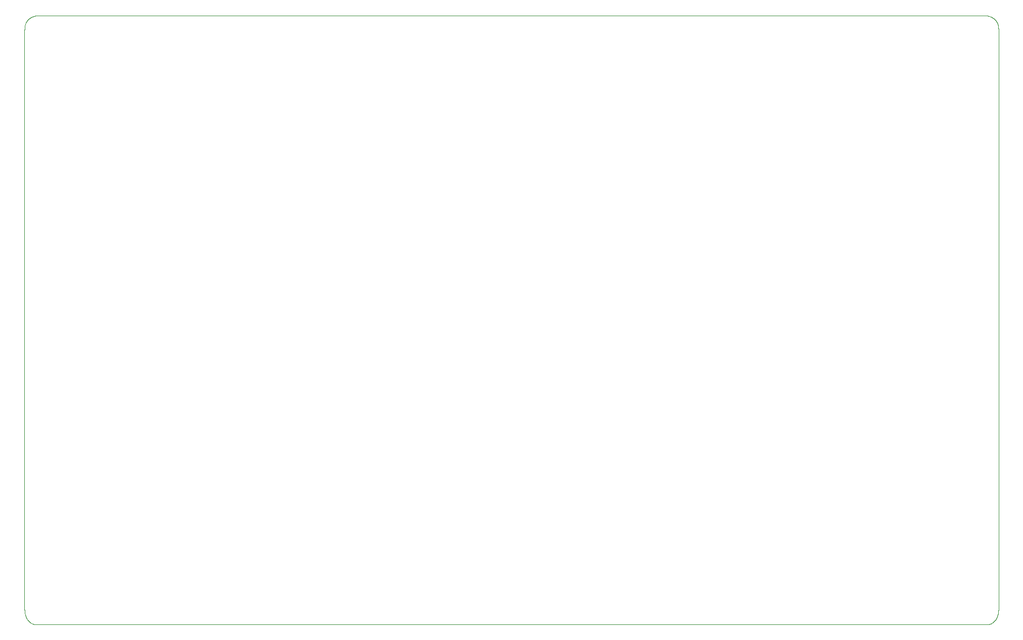
<source format=gm1>
%TF.GenerationSoftware,KiCad,Pcbnew,9.0.4*%
%TF.CreationDate,2025-09-23T11:36:05+01:00*%
%TF.ProjectId,spekky_matrix,7370656b-6b79-45f6-9d61-747269782e6b,v02*%
%TF.SameCoordinates,Original*%
%TF.FileFunction,Profile,NP*%
%FSLAX46Y46*%
G04 Gerber Fmt 4.6, Leading zero omitted, Abs format (unit mm)*
G04 Created by KiCad (PCBNEW 9.0.4) date 2025-09-23 11:36:05*
%MOMM*%
%LPD*%
G01*
G04 APERTURE LIST*
%ADD10C,0.050000*%
%TA.AperFunction,Profile*%
%ADD11C,0.050000*%
%TD*%
G04 APERTURE END LIST*
D10*
X57000000Y-37000000D02*
X56990848Y-37001612D01*
X56981724Y-37003239D01*
X56972630Y-37004881D01*
X56963563Y-37006538D01*
X56954526Y-37008211D01*
X56945517Y-37009898D01*
X56936537Y-37011600D01*
X56927585Y-37013318D01*
X56918662Y-37015050D01*
X56909766Y-37016797D01*
X56900900Y-37018559D01*
X56892061Y-37020335D01*
X56883251Y-37022127D01*
X56874468Y-37023933D01*
X56865714Y-37025753D01*
X56856987Y-37027589D01*
X56848288Y-37029438D01*
X56839617Y-37031303D01*
X56830974Y-37033182D01*
X56822358Y-37035075D01*
X56813770Y-37036982D01*
X56805209Y-37038905D01*
X56796676Y-37040841D01*
X56788170Y-37042791D01*
X56779692Y-37044756D01*
X56771240Y-37046735D01*
X56762816Y-37048729D01*
X56754418Y-37050736D01*
X56746048Y-37052757D01*
X56737705Y-37054793D01*
X56729389Y-37056842D01*
X56721099Y-37058906D01*
X56712836Y-37060983D01*
X56704600Y-37063074D01*
X56696390Y-37065179D01*
X56688207Y-37067298D01*
X56680050Y-37069431D01*
X56671920Y-37071578D01*
X56663816Y-37073738D01*
X56655738Y-37075912D01*
X56647686Y-37078099D01*
X56639661Y-37080300D01*
X56631661Y-37082515D01*
X56623688Y-37084743D01*
X56615740Y-37086985D01*
X56607819Y-37089240D01*
X56599923Y-37091509D01*
X56592053Y-37093790D01*
X56584208Y-37096086D01*
X56576389Y-37098394D01*
X56568596Y-37100716D01*
X56560828Y-37103052D01*
X56553085Y-37105400D01*
X56545368Y-37107762D01*
X56537676Y-37110137D01*
X56530009Y-37112524D01*
X56522367Y-37114925D01*
X56514751Y-37117339D01*
X56507159Y-37119767D01*
X56499592Y-37122207D01*
X56492050Y-37124660D01*
X56484533Y-37127126D01*
X56477041Y-37129605D01*
X56469574Y-37132096D01*
X56462130Y-37134601D01*
X56454712Y-37137118D01*
X56447318Y-37139649D01*
X56439949Y-37142192D01*
X56432603Y-37144747D01*
X56425282Y-37147316D01*
X56417985Y-37149897D01*
X56410713Y-37152490D01*
X56403464Y-37155097D01*
X56396240Y-37157715D01*
X56389040Y-37160347D01*
X56381864Y-37162991D01*
X56374710Y-37165647D01*
X56367582Y-37168316D01*
X56360476Y-37170998D01*
X56353396Y-37173691D01*
X56346337Y-37176398D01*
X56339303Y-37179116D01*
X56332292Y-37181847D01*
X56325305Y-37184590D01*
X56318341Y-37187345D01*
X56311401Y-37190113D01*
X56304483Y-37192893D01*
X56297589Y-37195685D01*
X56290717Y-37198489D01*
X56283870Y-37201306D01*
X56277044Y-37204135D01*
X56270242Y-37206975D01*
X56263462Y-37209828D01*
X56256707Y-37212693D01*
X56249972Y-37215570D01*
X56243262Y-37218458D01*
X56236573Y-37221360D01*
X56229908Y-37224272D01*
X56223264Y-37227197D01*
X56216644Y-37230134D01*
X56210045Y-37233083D01*
X56203470Y-37236043D01*
X56196915Y-37239016D01*
X56190384Y-37241999D01*
X56183874Y-37244996D01*
X56177388Y-37248003D01*
X56170922Y-37251023D01*
X56164480Y-37254054D01*
X56158058Y-37257098D01*
X56151659Y-37260152D01*
X56145281Y-37263219D01*
X56138926Y-37266297D01*
X56132592Y-37269387D01*
X56126280Y-37272489D01*
X56119989Y-37275602D01*
X56113721Y-37278727D01*
X56107472Y-37281863D01*
X56101247Y-37285011D01*
X56095041Y-37288171D01*
X56088859Y-37291341D01*
X56082696Y-37294524D01*
X56076556Y-37297718D01*
X56070435Y-37300924D01*
X56064338Y-37304141D01*
X56058259Y-37307370D01*
X56052204Y-37310609D01*
X56046168Y-37313861D01*
X56040154Y-37317123D01*
X56034159Y-37320398D01*
X56028187Y-37323683D01*
X56022234Y-37326981D01*
X56016304Y-37330288D01*
X56010392Y-37333609D01*
X56004503Y-37336939D01*
X55998632Y-37340282D01*
X55992784Y-37343635D01*
X55986954Y-37347000D01*
X55981147Y-37350376D01*
X55975357Y-37353764D01*
X55969591Y-37357162D01*
X55963842Y-37360573D01*
X55958116Y-37363993D01*
X55952408Y-37367426D01*
X55946722Y-37370869D01*
X55941053Y-37374325D01*
X55935408Y-37377790D01*
X55929779Y-37381268D01*
X55924173Y-37384756D01*
X55918584Y-37388256D01*
X55913018Y-37391766D01*
X55907469Y-37395289D01*
X55901942Y-37398821D01*
X55896432Y-37402366D01*
X55890945Y-37405921D01*
X55880025Y-37413065D01*
X55869184Y-37420253D01*
X55858420Y-37427486D01*
X55847733Y-37434763D01*
X55837123Y-37442084D01*
X55826589Y-37449450D01*
X55816131Y-37456860D01*
X55805749Y-37464314D01*
X55795442Y-37471812D01*
X55785211Y-37479354D01*
X55775053Y-37486941D01*
X55764970Y-37494571D01*
X55754961Y-37502246D01*
X55745026Y-37509964D01*
X55735164Y-37517727D01*
X55725375Y-37525534D01*
X55715658Y-37533385D01*
X55706014Y-37541280D01*
X55696442Y-37549220D01*
X55686942Y-37557203D01*
X55677513Y-37565231D01*
X55668155Y-37573303D01*
X55658868Y-37581419D01*
X55649651Y-37589579D01*
X55640505Y-37597784D01*
X55631429Y-37606033D01*
X55622422Y-37614327D01*
X55613485Y-37622665D01*
X55604617Y-37631048D01*
X55595819Y-37639475D01*
X55587088Y-37647947D01*
X55578426Y-37656464D01*
X55569833Y-37665026D01*
X55561307Y-37673632D01*
X55552849Y-37682284D01*
X55544458Y-37690981D01*
X55536135Y-37699723D01*
X55527879Y-37708510D01*
X55519689Y-37717343D01*
X55511566Y-37726221D01*
X55503509Y-37735145D01*
X55495519Y-37744114D01*
X55487594Y-37753130D01*
X55479736Y-37762192D01*
X55471943Y-37771299D01*
X55464215Y-37780453D01*
X55456552Y-37789654D01*
X55448955Y-37798900D01*
X55441422Y-37808194D01*
X55433954Y-37817534D01*
X55426551Y-37826922D01*
X55419212Y-37836356D01*
X55411938Y-37845838D01*
X55404727Y-37855367D01*
X55397580Y-37864944D01*
X55390498Y-37874569D01*
X55383479Y-37884242D01*
X55376523Y-37893963D01*
X55369632Y-37903732D01*
X55362803Y-37913550D01*
X55356038Y-37923417D01*
X55349336Y-37933332D01*
X55342697Y-37943297D01*
X55336120Y-37953311D01*
X55329607Y-37963374D01*
X55323157Y-37973487D01*
X55316769Y-37983651D01*
X55310444Y-37993864D01*
X55304182Y-38004128D01*
X55297982Y-38014442D01*
X55291844Y-38024808D01*
X55285769Y-38035224D01*
X55279756Y-38045692D01*
X55273806Y-38056211D01*
X55267918Y-38066782D01*
X55262092Y-38077405D01*
X55256329Y-38088081D01*
X55250627Y-38098809D01*
X55244988Y-38109590D01*
X55239411Y-38120424D01*
X55233897Y-38131311D01*
X55228444Y-38142252D01*
X55223054Y-38153247D01*
X55217726Y-38164297D01*
X55212460Y-38175400D01*
X55207256Y-38186559D01*
X55202115Y-38197773D01*
X55197035Y-38209042D01*
X55192019Y-38220366D01*
X55187064Y-38231747D01*
X55182172Y-38243184D01*
X55177342Y-38254678D01*
X55172575Y-38266228D01*
X55167871Y-38277836D01*
X55163229Y-38289502D01*
X55158649Y-38301225D01*
X55154133Y-38313007D01*
X55149679Y-38324848D01*
X55145288Y-38336748D01*
X55140961Y-38348707D01*
X55136696Y-38360726D01*
X55132494Y-38372805D01*
X55128356Y-38384945D01*
X55124281Y-38397146D01*
X55120269Y-38409408D01*
X55116321Y-38421732D01*
X55112437Y-38434118D01*
X55108616Y-38446568D01*
X55104859Y-38459080D01*
X55101167Y-38471656D01*
X55097538Y-38484296D01*
X55093973Y-38497002D01*
X55090473Y-38509772D01*
X55087038Y-38522608D01*
X55083667Y-38535510D01*
X55080361Y-38548480D01*
X55077119Y-38561517D01*
X55073943Y-38574622D01*
X55070832Y-38587796D01*
X55067786Y-38601040D01*
X55064805Y-38614354D01*
X55061890Y-38627739D01*
X55059041Y-38641196D01*
X55056258Y-38654725D01*
X55053541Y-38668328D01*
X55050889Y-38682006D01*
X55048304Y-38695760D01*
X55045786Y-38709590D01*
X55043334Y-38723498D01*
X55040949Y-38737485D01*
X55038630Y-38751552D01*
X55036379Y-38765701D01*
X55034195Y-38779934D01*
X55032078Y-38794252D01*
X55030028Y-38808656D01*
X55028046Y-38823149D01*
X55026131Y-38837733D01*
X55024284Y-38852410D01*
X55022505Y-38867183D01*
X55020794Y-38882055D01*
X55019150Y-38897028D01*
X55017575Y-38912107D01*
X55016068Y-38927295D01*
X55014629Y-38942597D01*
X55013259Y-38958017D01*
X55011956Y-38973561D01*
X55010722Y-38989236D01*
X55009556Y-39005049D01*
X55008459Y-39021009D01*
X55007430Y-39037125D01*
X55006469Y-39053408D01*
X55005575Y-39069874D01*
X55004750Y-39086537D01*
X55003993Y-39103419D01*
X55003303Y-39120543D01*
X55002681Y-39137939D01*
X55002125Y-39155646D01*
X55001636Y-39173714D01*
X55001213Y-39192209D01*
X55000855Y-39211222D01*
X55000562Y-39230882D01*
X55000333Y-39251389D01*
X55000166Y-39273069D01*
X55000059Y-39296528D01*
X55000008Y-39323152D01*
X55000000Y-39350000D01*
X206000000Y-132750000D02*
X206007137Y-132749990D01*
X206014258Y-132749960D01*
X206021361Y-132749910D01*
X206028448Y-132749841D01*
X206035517Y-132749751D01*
X206042570Y-132749642D01*
X206049606Y-132749513D01*
X206056626Y-132749364D01*
X206063629Y-132749196D01*
X206070615Y-132749008D01*
X206077584Y-132748800D01*
X206084537Y-132748574D01*
X206091474Y-132748327D01*
X206098394Y-132748061D01*
X206105298Y-132747776D01*
X206112185Y-132747472D01*
X206119056Y-132747148D01*
X206125911Y-132746805D01*
X206132750Y-132746443D01*
X206139572Y-132746062D01*
X206146379Y-132745661D01*
X206153169Y-132745242D01*
X206159944Y-132744803D01*
X206166702Y-132744346D01*
X206173445Y-132743869D01*
X206180171Y-132743374D01*
X206186882Y-132742860D01*
X206193577Y-132742327D01*
X206200257Y-132741775D01*
X206206920Y-132741205D01*
X206213568Y-132740615D01*
X206220200Y-132740008D01*
X206226818Y-132739381D01*
X206233418Y-132738736D01*
X206240005Y-132738072D01*
X206246575Y-132737390D01*
X206253131Y-132736689D01*
X206259670Y-132735970D01*
X206266195Y-132735232D01*
X206272704Y-132734477D01*
X206279199Y-132733702D01*
X206285677Y-132732910D01*
X206292142Y-132732099D01*
X206298590Y-132731270D01*
X206305024Y-132730422D01*
X206311443Y-132729557D01*
X206317847Y-132728673D01*
X206324236Y-132727771D01*
X206330611Y-132726851D01*
X206336970Y-132725914D01*
X206343315Y-132724958D01*
X206349645Y-132723984D01*
X206355961Y-132722992D01*
X206362261Y-132721982D01*
X206368548Y-132720954D01*
X206374819Y-132719909D01*
X206381077Y-132718846D01*
X206387319Y-132717765D01*
X206393549Y-132716666D01*
X206399762Y-132715549D01*
X206405963Y-132714414D01*
X206412148Y-132713262D01*
X206418320Y-132712093D01*
X206424476Y-132710905D01*
X206430620Y-132709700D01*
X206436748Y-132708478D01*
X206442864Y-132707237D01*
X206448964Y-132705980D01*
X206455052Y-132704704D01*
X206461124Y-132703412D01*
X206467184Y-132702101D01*
X206473229Y-132700774D01*
X206479261Y-132699429D01*
X206485278Y-132698067D01*
X206491283Y-132696687D01*
X206497272Y-132695290D01*
X206503250Y-132693875D01*
X206509212Y-132692444D01*
X206515163Y-132690994D01*
X206521098Y-132689528D01*
X206527022Y-132688044D01*
X206532930Y-132686544D01*
X206538827Y-132685026D01*
X206544708Y-132683491D01*
X206550578Y-132681938D01*
X206556433Y-132680369D01*
X206562277Y-132678782D01*
X206568105Y-132677179D01*
X206579724Y-132673920D01*
X206591291Y-132670593D01*
X206602806Y-132667198D01*
X206614270Y-132663735D01*
X206625681Y-132660205D01*
X206637042Y-132656606D01*
X206648352Y-132652940D01*
X206659612Y-132649206D01*
X206670821Y-132645405D01*
X206681980Y-132641536D01*
X206693090Y-132637601D01*
X206704150Y-132633598D01*
X206715162Y-132629528D01*
X206726124Y-132625391D01*
X206737038Y-132621186D01*
X206747903Y-132616915D01*
X206758721Y-132612577D01*
X206769491Y-132608172D01*
X206780213Y-132603701D01*
X206790888Y-132599162D01*
X206801517Y-132594557D01*
X206812098Y-132589885D01*
X206822633Y-132585146D01*
X206833122Y-132580341D01*
X206843565Y-132575469D01*
X206853962Y-132570530D01*
X206864313Y-132565524D01*
X206874620Y-132560452D01*
X206884881Y-132555312D01*
X206895097Y-132550106D01*
X206905269Y-132544833D01*
X206915396Y-132539493D01*
X206925480Y-132534086D01*
X206935519Y-132528613D01*
X206945514Y-132523072D01*
X206955466Y-132517464D01*
X206965375Y-132511789D01*
X206975240Y-132506046D01*
X206985062Y-132500237D01*
X206994842Y-132494359D01*
X207004578Y-132488415D01*
X207014273Y-132482402D01*
X207023925Y-132476323D01*
X207033535Y-132470175D01*
X207043103Y-132463959D01*
X207052629Y-132457675D01*
X207062114Y-132451323D01*
X207071557Y-132444903D01*
X207080958Y-132438415D01*
X207090319Y-132431858D01*
X207099638Y-132425232D01*
X207108916Y-132418537D01*
X207118154Y-132411774D01*
X207127351Y-132404941D01*
X207136507Y-132398039D01*
X207145623Y-132391068D01*
X207154698Y-132384026D01*
X207163733Y-132376916D01*
X207172728Y-132369735D01*
X207181683Y-132362484D01*
X207190598Y-132355163D01*
X207199473Y-132347771D01*
X207208308Y-132340308D01*
X207217104Y-132332775D01*
X207225859Y-132325171D01*
X207234575Y-132317495D01*
X207243252Y-132309747D01*
X207251889Y-132301928D01*
X207260486Y-132294038D01*
X207269045Y-132286074D01*
X207277563Y-132278039D01*
X207286043Y-132269931D01*
X207294483Y-132261750D01*
X207302883Y-132253496D01*
X207311245Y-132245169D01*
X207319567Y-132236768D01*
X207327849Y-132228294D01*
X207336093Y-132219745D01*
X207344297Y-132211123D01*
X207352462Y-132202425D01*
X207360588Y-132193654D01*
X207368674Y-132184807D01*
X207376721Y-132175885D01*
X207384728Y-132166887D01*
X207392697Y-132157814D01*
X207400625Y-132148665D01*
X207408514Y-132139439D01*
X207416364Y-132130137D01*
X207424173Y-132120758D01*
X207431944Y-132111303D01*
X207439674Y-132101770D01*
X207447364Y-132092159D01*
X207455015Y-132082471D01*
X207462625Y-132072705D01*
X207470196Y-132062860D01*
X207477726Y-132052937D01*
X207485215Y-132042935D01*
X207492665Y-132032854D01*
X207500073Y-132022693D01*
X207507441Y-132012453D01*
X207514768Y-132002133D01*
X207522055Y-131991733D01*
X207529300Y-131981253D01*
X207536503Y-131970692D01*
X207543666Y-131960050D01*
X207550787Y-131949328D01*
X207557866Y-131938523D01*
X207564903Y-131927638D01*
X207571898Y-131916670D01*
X207578851Y-131905621D01*
X207585761Y-131894489D01*
X207592629Y-131883274D01*
X207599453Y-131871977D01*
X207606235Y-131860598D01*
X207612974Y-131849134D01*
X207619668Y-131837588D01*
X207626320Y-131825958D01*
X207632927Y-131814244D01*
X207639490Y-131802447D01*
X207646008Y-131790565D01*
X207652482Y-131778599D01*
X207658911Y-131766549D01*
X207665294Y-131754414D01*
X207671633Y-131742195D01*
X207677925Y-131729890D01*
X207684171Y-131717501D01*
X207690371Y-131705026D01*
X207696524Y-131692467D01*
X207702630Y-131679822D01*
X207708689Y-131667092D01*
X207714701Y-131654276D01*
X207720664Y-131641375D01*
X207726579Y-131628388D01*
X207732446Y-131615316D01*
X207738264Y-131602158D01*
X207744032Y-131588915D01*
X207749751Y-131575586D01*
X207755419Y-131562171D01*
X207761038Y-131548672D01*
X207766605Y-131535087D01*
X207772122Y-131521416D01*
X207777587Y-131507661D01*
X207783000Y-131493821D01*
X207788361Y-131479896D01*
X207793669Y-131465886D01*
X207798923Y-131451792D01*
X207804125Y-131437614D01*
X207809272Y-131423352D01*
X207814365Y-131409007D01*
X207819402Y-131394579D01*
X207824385Y-131380068D01*
X207829311Y-131365474D01*
X207834181Y-131350799D01*
X207838995Y-131336042D01*
X207843751Y-131321205D01*
X207848449Y-131306287D01*
X207853089Y-131291290D01*
X207857671Y-131276214D01*
X207862192Y-131261060D01*
X207866654Y-131245828D01*
X207871056Y-131230521D01*
X207875397Y-131215137D01*
X207879676Y-131199679D01*
X207883893Y-131184148D01*
X207888048Y-131168544D01*
X207892139Y-131152869D01*
X207896166Y-131137124D01*
X207900129Y-131121311D01*
X207904027Y-131105431D01*
X207907860Y-131089486D01*
X207911626Y-131073477D01*
X207915325Y-131057406D01*
X207918957Y-131041275D01*
X207922520Y-131025087D01*
X207926015Y-131008843D01*
X207929439Y-130992546D01*
X207932794Y-130976198D01*
X207936078Y-130959802D01*
X207939290Y-130943362D01*
X207942429Y-130926879D01*
X207945496Y-130910358D01*
X207948488Y-130893802D01*
X207951406Y-130877215D01*
X207954249Y-130860602D01*
X207957015Y-130843966D01*
X207959704Y-130827312D01*
X207962315Y-130810646D01*
X207964848Y-130793973D01*
X207967301Y-130777300D01*
X207969674Y-130760632D01*
X207971965Y-130743978D01*
X207974174Y-130727344D01*
X207976300Y-130710740D01*
X207978343Y-130694175D01*
X207980300Y-130677660D01*
X207982171Y-130661204D01*
X207983955Y-130644822D01*
X207985651Y-130628526D01*
X207987259Y-130612333D01*
X207988776Y-130596259D01*
X207990203Y-130580325D01*
X207991537Y-130564553D01*
X207992778Y-130548968D01*
X207993924Y-130533600D01*
X207994975Y-130518483D01*
X207995929Y-130503659D01*
X207996786Y-130489176D01*
X207997543Y-130475095D01*
X207998200Y-130461492D01*
X207998755Y-130448463D01*
X207999208Y-130436143D01*
X207999558Y-130424720D01*
X207999805Y-130414489D01*
X207999949Y-130405984D01*
X208000000Y-130400000D01*
D11*
X206000000Y-37000000D02*
X57000000Y-37000000D01*
D10*
X57000000Y-132750000D02*
X56992863Y-132749990D01*
X56985742Y-132749960D01*
X56978639Y-132749910D01*
X56971552Y-132749841D01*
X56964483Y-132749751D01*
X56957430Y-132749642D01*
X56950394Y-132749513D01*
X56943374Y-132749364D01*
X56936371Y-132749196D01*
X56929385Y-132749008D01*
X56922416Y-132748800D01*
X56915463Y-132748574D01*
X56908526Y-132748327D01*
X56901606Y-132748061D01*
X56894702Y-132747776D01*
X56887815Y-132747472D01*
X56880944Y-132747148D01*
X56874089Y-132746805D01*
X56867250Y-132746443D01*
X56860428Y-132746062D01*
X56853621Y-132745661D01*
X56846831Y-132745242D01*
X56840056Y-132744803D01*
X56833298Y-132744346D01*
X56826555Y-132743869D01*
X56819829Y-132743374D01*
X56813118Y-132742860D01*
X56806423Y-132742327D01*
X56799743Y-132741775D01*
X56793080Y-132741205D01*
X56786432Y-132740615D01*
X56779800Y-132740008D01*
X56773182Y-132739381D01*
X56766582Y-132738736D01*
X56759995Y-132738072D01*
X56753425Y-132737390D01*
X56746869Y-132736689D01*
X56740330Y-132735970D01*
X56733805Y-132735232D01*
X56727296Y-132734477D01*
X56720801Y-132733702D01*
X56714323Y-132732910D01*
X56707858Y-132732099D01*
X56701410Y-132731270D01*
X56694976Y-132730422D01*
X56688557Y-132729557D01*
X56682153Y-132728673D01*
X56675764Y-132727771D01*
X56669389Y-132726851D01*
X56663030Y-132725914D01*
X56656685Y-132724958D01*
X56650355Y-132723984D01*
X56644039Y-132722992D01*
X56637739Y-132721982D01*
X56631452Y-132720954D01*
X56625181Y-132719909D01*
X56618923Y-132718846D01*
X56612681Y-132717765D01*
X56606451Y-132716666D01*
X56600238Y-132715549D01*
X56594037Y-132714414D01*
X56587852Y-132713262D01*
X56581680Y-132712093D01*
X56575524Y-132710905D01*
X56569380Y-132709700D01*
X56563252Y-132708478D01*
X56557136Y-132707237D01*
X56551036Y-132705980D01*
X56544948Y-132704704D01*
X56538876Y-132703412D01*
X56532816Y-132702101D01*
X56526771Y-132700774D01*
X56520739Y-132699429D01*
X56514722Y-132698067D01*
X56508717Y-132696687D01*
X56502728Y-132695290D01*
X56496750Y-132693875D01*
X56490788Y-132692444D01*
X56484837Y-132690994D01*
X56478902Y-132689528D01*
X56472978Y-132688044D01*
X56467070Y-132686544D01*
X56461173Y-132685026D01*
X56455292Y-132683491D01*
X56449422Y-132681938D01*
X56443567Y-132680369D01*
X56437723Y-132678782D01*
X56431895Y-132677179D01*
X56420276Y-132673920D01*
X56408709Y-132670593D01*
X56397194Y-132667198D01*
X56385730Y-132663735D01*
X56374319Y-132660205D01*
X56362958Y-132656606D01*
X56351648Y-132652940D01*
X56340388Y-132649206D01*
X56329179Y-132645405D01*
X56318020Y-132641536D01*
X56306910Y-132637601D01*
X56295850Y-132633598D01*
X56284838Y-132629528D01*
X56273876Y-132625391D01*
X56262962Y-132621186D01*
X56252097Y-132616915D01*
X56241279Y-132612577D01*
X56230509Y-132608172D01*
X56219787Y-132603701D01*
X56209112Y-132599162D01*
X56198483Y-132594557D01*
X56187902Y-132589885D01*
X56177367Y-132585146D01*
X56166878Y-132580341D01*
X56156435Y-132575469D01*
X56146038Y-132570530D01*
X56135687Y-132565524D01*
X56125380Y-132560452D01*
X56115119Y-132555312D01*
X56104903Y-132550106D01*
X56094731Y-132544833D01*
X56084604Y-132539493D01*
X56074520Y-132534086D01*
X56064481Y-132528613D01*
X56054486Y-132523072D01*
X56044534Y-132517464D01*
X56034625Y-132511789D01*
X56024760Y-132506046D01*
X56014938Y-132500237D01*
X56005158Y-132494359D01*
X55995422Y-132488415D01*
X55985727Y-132482402D01*
X55976075Y-132476323D01*
X55966465Y-132470175D01*
X55956897Y-132463959D01*
X55947371Y-132457675D01*
X55937886Y-132451323D01*
X55928443Y-132444903D01*
X55919042Y-132438415D01*
X55909681Y-132431858D01*
X55900362Y-132425232D01*
X55891084Y-132418537D01*
X55881846Y-132411774D01*
X55872649Y-132404941D01*
X55863493Y-132398039D01*
X55854377Y-132391068D01*
X55845302Y-132384026D01*
X55836267Y-132376916D01*
X55827272Y-132369735D01*
X55818317Y-132362484D01*
X55809402Y-132355163D01*
X55800527Y-132347771D01*
X55791692Y-132340308D01*
X55782896Y-132332775D01*
X55774141Y-132325171D01*
X55765425Y-132317495D01*
X55756748Y-132309747D01*
X55748111Y-132301928D01*
X55739514Y-132294038D01*
X55730955Y-132286074D01*
X55722437Y-132278039D01*
X55713957Y-132269931D01*
X55705517Y-132261750D01*
X55697117Y-132253496D01*
X55688755Y-132245169D01*
X55680433Y-132236768D01*
X55672151Y-132228294D01*
X55663907Y-132219745D01*
X55655703Y-132211123D01*
X55647538Y-132202425D01*
X55639412Y-132193654D01*
X55631326Y-132184807D01*
X55623279Y-132175885D01*
X55615272Y-132166887D01*
X55607303Y-132157814D01*
X55599375Y-132148665D01*
X55591486Y-132139439D01*
X55583636Y-132130137D01*
X55575827Y-132120758D01*
X55568056Y-132111303D01*
X55560326Y-132101770D01*
X55552636Y-132092159D01*
X55544985Y-132082471D01*
X55537375Y-132072705D01*
X55529804Y-132062860D01*
X55522274Y-132052937D01*
X55514785Y-132042935D01*
X55507335Y-132032854D01*
X55499927Y-132022693D01*
X55492559Y-132012453D01*
X55485232Y-132002133D01*
X55477945Y-131991733D01*
X55470700Y-131981253D01*
X55463497Y-131970692D01*
X55456334Y-131960050D01*
X55449213Y-131949328D01*
X55442134Y-131938523D01*
X55435097Y-131927638D01*
X55428102Y-131916670D01*
X55421149Y-131905621D01*
X55414239Y-131894489D01*
X55407371Y-131883274D01*
X55400547Y-131871977D01*
X55393765Y-131860598D01*
X55387026Y-131849134D01*
X55380332Y-131837588D01*
X55373680Y-131825958D01*
X55367073Y-131814244D01*
X55360510Y-131802447D01*
X55353992Y-131790565D01*
X55347518Y-131778599D01*
X55341089Y-131766549D01*
X55334706Y-131754414D01*
X55328367Y-131742195D01*
X55322075Y-131729890D01*
X55315829Y-131717501D01*
X55309629Y-131705026D01*
X55303476Y-131692467D01*
X55297370Y-131679822D01*
X55291311Y-131667092D01*
X55285299Y-131654276D01*
X55279336Y-131641375D01*
X55273421Y-131628388D01*
X55267554Y-131615316D01*
X55261736Y-131602158D01*
X55255968Y-131588915D01*
X55250249Y-131575586D01*
X55244581Y-131562171D01*
X55238962Y-131548672D01*
X55233395Y-131535087D01*
X55227878Y-131521416D01*
X55222413Y-131507661D01*
X55217000Y-131493821D01*
X55211639Y-131479896D01*
X55206331Y-131465886D01*
X55201077Y-131451792D01*
X55195875Y-131437614D01*
X55190728Y-131423352D01*
X55185635Y-131409007D01*
X55180598Y-131394579D01*
X55175615Y-131380068D01*
X55170689Y-131365474D01*
X55165819Y-131350799D01*
X55161005Y-131336042D01*
X55156249Y-131321205D01*
X55151551Y-131306287D01*
X55146911Y-131291290D01*
X55142329Y-131276214D01*
X55137808Y-131261060D01*
X55133346Y-131245828D01*
X55128944Y-131230521D01*
X55124603Y-131215137D01*
X55120324Y-131199679D01*
X55116107Y-131184148D01*
X55111952Y-131168544D01*
X55107861Y-131152869D01*
X55103834Y-131137124D01*
X55099871Y-131121311D01*
X55095973Y-131105431D01*
X55092140Y-131089486D01*
X55088374Y-131073477D01*
X55084675Y-131057406D01*
X55081043Y-131041275D01*
X55077480Y-131025087D01*
X55073985Y-131008843D01*
X55070561Y-130992546D01*
X55067206Y-130976198D01*
X55063922Y-130959802D01*
X55060710Y-130943362D01*
X55057571Y-130926879D01*
X55054504Y-130910358D01*
X55051512Y-130893802D01*
X55048594Y-130877215D01*
X55045751Y-130860602D01*
X55042985Y-130843966D01*
X55040296Y-130827312D01*
X55037685Y-130810646D01*
X55035152Y-130793973D01*
X55032699Y-130777300D01*
X55030326Y-130760632D01*
X55028035Y-130743978D01*
X55025826Y-130727344D01*
X55023700Y-130710740D01*
X55021657Y-130694175D01*
X55019700Y-130677660D01*
X55017829Y-130661204D01*
X55016045Y-130644822D01*
X55014349Y-130628526D01*
X55012741Y-130612333D01*
X55011224Y-130596259D01*
X55009797Y-130580325D01*
X55008463Y-130564553D01*
X55007222Y-130548968D01*
X55006076Y-130533600D01*
X55005025Y-130518483D01*
X55004071Y-130503659D01*
X55003214Y-130489176D01*
X55002457Y-130475095D01*
X55001800Y-130461492D01*
X55001245Y-130448463D01*
X55000792Y-130436143D01*
X55000442Y-130424720D01*
X55000195Y-130414489D01*
X55000051Y-130405984D01*
X55000000Y-130400000D01*
X206000000Y-37000000D02*
X206009152Y-37001612D01*
X206018276Y-37003239D01*
X206027370Y-37004881D01*
X206036437Y-37006538D01*
X206045474Y-37008211D01*
X206054483Y-37009898D01*
X206063463Y-37011600D01*
X206072415Y-37013318D01*
X206081338Y-37015050D01*
X206090234Y-37016797D01*
X206099100Y-37018559D01*
X206107939Y-37020335D01*
X206116749Y-37022127D01*
X206125532Y-37023933D01*
X206134286Y-37025753D01*
X206143013Y-37027589D01*
X206151712Y-37029438D01*
X206160383Y-37031303D01*
X206169026Y-37033182D01*
X206177642Y-37035075D01*
X206186230Y-37036982D01*
X206194791Y-37038905D01*
X206203324Y-37040841D01*
X206211830Y-37042791D01*
X206220308Y-37044756D01*
X206228760Y-37046735D01*
X206237184Y-37048729D01*
X206245582Y-37050736D01*
X206253952Y-37052757D01*
X206262295Y-37054793D01*
X206270611Y-37056842D01*
X206278901Y-37058906D01*
X206287164Y-37060983D01*
X206295400Y-37063074D01*
X206303610Y-37065179D01*
X206311793Y-37067298D01*
X206319950Y-37069431D01*
X206328080Y-37071578D01*
X206336184Y-37073738D01*
X206344262Y-37075912D01*
X206352314Y-37078099D01*
X206360339Y-37080300D01*
X206368339Y-37082515D01*
X206376312Y-37084743D01*
X206384260Y-37086985D01*
X206392181Y-37089240D01*
X206400077Y-37091509D01*
X206407947Y-37093790D01*
X206415792Y-37096086D01*
X206423611Y-37098394D01*
X206431404Y-37100716D01*
X206439172Y-37103052D01*
X206446915Y-37105400D01*
X206454632Y-37107762D01*
X206462324Y-37110137D01*
X206469991Y-37112524D01*
X206477633Y-37114925D01*
X206485249Y-37117339D01*
X206492841Y-37119767D01*
X206500408Y-37122207D01*
X206507950Y-37124660D01*
X206515467Y-37127126D01*
X206522959Y-37129605D01*
X206530426Y-37132096D01*
X206537870Y-37134601D01*
X206545288Y-37137118D01*
X206552682Y-37139649D01*
X206560051Y-37142192D01*
X206567397Y-37144747D01*
X206574718Y-37147316D01*
X206582015Y-37149897D01*
X206589287Y-37152490D01*
X206596536Y-37155097D01*
X206603760Y-37157715D01*
X206610960Y-37160347D01*
X206618136Y-37162991D01*
X206625290Y-37165647D01*
X206632418Y-37168316D01*
X206639524Y-37170998D01*
X206646604Y-37173691D01*
X206653663Y-37176398D01*
X206660697Y-37179116D01*
X206667708Y-37181847D01*
X206674695Y-37184590D01*
X206681659Y-37187345D01*
X206688599Y-37190113D01*
X206695517Y-37192893D01*
X206702411Y-37195685D01*
X206709283Y-37198489D01*
X206716130Y-37201306D01*
X206722956Y-37204135D01*
X206729758Y-37206975D01*
X206736538Y-37209828D01*
X206743293Y-37212693D01*
X206750028Y-37215570D01*
X206756738Y-37218458D01*
X206763427Y-37221360D01*
X206770092Y-37224272D01*
X206776736Y-37227197D01*
X206783356Y-37230134D01*
X206789955Y-37233083D01*
X206796530Y-37236043D01*
X206803085Y-37239016D01*
X206809616Y-37241999D01*
X206816126Y-37244996D01*
X206822612Y-37248003D01*
X206829078Y-37251023D01*
X206835520Y-37254054D01*
X206841942Y-37257098D01*
X206848341Y-37260152D01*
X206854719Y-37263219D01*
X206861074Y-37266297D01*
X206867408Y-37269387D01*
X206873720Y-37272489D01*
X206880011Y-37275602D01*
X206886279Y-37278727D01*
X206892528Y-37281863D01*
X206898753Y-37285011D01*
X206904959Y-37288171D01*
X206911141Y-37291341D01*
X206917304Y-37294524D01*
X206923444Y-37297718D01*
X206929565Y-37300924D01*
X206935662Y-37304141D01*
X206941741Y-37307370D01*
X206947796Y-37310609D01*
X206953832Y-37313861D01*
X206959846Y-37317123D01*
X206965841Y-37320398D01*
X206971813Y-37323683D01*
X206977766Y-37326981D01*
X206983696Y-37330288D01*
X206989608Y-37333609D01*
X206995497Y-37336939D01*
X207001368Y-37340282D01*
X207007216Y-37343635D01*
X207013046Y-37347000D01*
X207018853Y-37350376D01*
X207024643Y-37353764D01*
X207030409Y-37357162D01*
X207036158Y-37360573D01*
X207041884Y-37363993D01*
X207047592Y-37367426D01*
X207053278Y-37370869D01*
X207058947Y-37374325D01*
X207064592Y-37377790D01*
X207070221Y-37381268D01*
X207075827Y-37384756D01*
X207081416Y-37388256D01*
X207086982Y-37391766D01*
X207092531Y-37395289D01*
X207098058Y-37398821D01*
X207103568Y-37402366D01*
X207109055Y-37405921D01*
X207119975Y-37413065D01*
X207130816Y-37420253D01*
X207141580Y-37427486D01*
X207152267Y-37434763D01*
X207162877Y-37442084D01*
X207173411Y-37449450D01*
X207183869Y-37456860D01*
X207194251Y-37464314D01*
X207204558Y-37471812D01*
X207214789Y-37479354D01*
X207224947Y-37486941D01*
X207235030Y-37494571D01*
X207245039Y-37502246D01*
X207254974Y-37509964D01*
X207264836Y-37517727D01*
X207274625Y-37525534D01*
X207284342Y-37533385D01*
X207293986Y-37541280D01*
X207303558Y-37549220D01*
X207313058Y-37557203D01*
X207322487Y-37565231D01*
X207331845Y-37573303D01*
X207341132Y-37581419D01*
X207350349Y-37589579D01*
X207359495Y-37597784D01*
X207368571Y-37606033D01*
X207377578Y-37614327D01*
X207386515Y-37622665D01*
X207395383Y-37631048D01*
X207404181Y-37639475D01*
X207412912Y-37647947D01*
X207421574Y-37656464D01*
X207430167Y-37665026D01*
X207438693Y-37673632D01*
X207447151Y-37682284D01*
X207455542Y-37690981D01*
X207463865Y-37699723D01*
X207472121Y-37708510D01*
X207480311Y-37717343D01*
X207488434Y-37726221D01*
X207496491Y-37735145D01*
X207504481Y-37744114D01*
X207512406Y-37753130D01*
X207520264Y-37762192D01*
X207528057Y-37771299D01*
X207535785Y-37780453D01*
X207543448Y-37789654D01*
X207551045Y-37798900D01*
X207558578Y-37808194D01*
X207566046Y-37817534D01*
X207573449Y-37826922D01*
X207580788Y-37836356D01*
X207588062Y-37845838D01*
X207595273Y-37855367D01*
X207602420Y-37864944D01*
X207609502Y-37874569D01*
X207616521Y-37884242D01*
X207623477Y-37893963D01*
X207630368Y-37903732D01*
X207637197Y-37913550D01*
X207643962Y-37923417D01*
X207650664Y-37933332D01*
X207657303Y-37943297D01*
X207663880Y-37953311D01*
X207670393Y-37963374D01*
X207676843Y-37973487D01*
X207683231Y-37983651D01*
X207689556Y-37993864D01*
X207695818Y-38004128D01*
X207702018Y-38014442D01*
X207708156Y-38024808D01*
X207714231Y-38035224D01*
X207720244Y-38045692D01*
X207726194Y-38056211D01*
X207732082Y-38066782D01*
X207737908Y-38077405D01*
X207743671Y-38088081D01*
X207749373Y-38098809D01*
X207755012Y-38109590D01*
X207760589Y-38120424D01*
X207766103Y-38131311D01*
X207771556Y-38142252D01*
X207776946Y-38153247D01*
X207782274Y-38164297D01*
X207787540Y-38175400D01*
X207792744Y-38186559D01*
X207797885Y-38197773D01*
X207802965Y-38209042D01*
X207807981Y-38220366D01*
X207812936Y-38231747D01*
X207817828Y-38243184D01*
X207822658Y-38254678D01*
X207827425Y-38266228D01*
X207832129Y-38277836D01*
X207836771Y-38289502D01*
X207841351Y-38301225D01*
X207845867Y-38313007D01*
X207850321Y-38324848D01*
X207854712Y-38336748D01*
X207859039Y-38348707D01*
X207863304Y-38360726D01*
X207867506Y-38372805D01*
X207871644Y-38384945D01*
X207875719Y-38397146D01*
X207879731Y-38409408D01*
X207883679Y-38421732D01*
X207887563Y-38434118D01*
X207891384Y-38446568D01*
X207895141Y-38459080D01*
X207898833Y-38471656D01*
X207902462Y-38484296D01*
X207906027Y-38497002D01*
X207909527Y-38509772D01*
X207912962Y-38522608D01*
X207916333Y-38535510D01*
X207919639Y-38548480D01*
X207922881Y-38561517D01*
X207926057Y-38574622D01*
X207929168Y-38587796D01*
X207932214Y-38601040D01*
X207935195Y-38614354D01*
X207938110Y-38627739D01*
X207940959Y-38641196D01*
X207943742Y-38654725D01*
X207946459Y-38668328D01*
X207949111Y-38682006D01*
X207951696Y-38695760D01*
X207954214Y-38709590D01*
X207956666Y-38723498D01*
X207959051Y-38737485D01*
X207961370Y-38751552D01*
X207963621Y-38765701D01*
X207965805Y-38779934D01*
X207967922Y-38794252D01*
X207969972Y-38808656D01*
X207971954Y-38823149D01*
X207973869Y-38837733D01*
X207975716Y-38852410D01*
X207977495Y-38867183D01*
X207979206Y-38882055D01*
X207980850Y-38897028D01*
X207982425Y-38912107D01*
X207983932Y-38927295D01*
X207985371Y-38942597D01*
X207986741Y-38958017D01*
X207988044Y-38973561D01*
X207989278Y-38989236D01*
X207990444Y-39005049D01*
X207991541Y-39021009D01*
X207992570Y-39037125D01*
X207993531Y-39053408D01*
X207994425Y-39069874D01*
X207995250Y-39086537D01*
X207996007Y-39103419D01*
X207996697Y-39120543D01*
X207997319Y-39137939D01*
X207997875Y-39155646D01*
X207998364Y-39173714D01*
X207998787Y-39192209D01*
X207999145Y-39211222D01*
X207999438Y-39230882D01*
X207999667Y-39251389D01*
X207999834Y-39273069D01*
X207999941Y-39296528D01*
X207999992Y-39323152D01*
X208000000Y-39350000D01*
D11*
X55000000Y-39350000D02*
X55000000Y-130400000D01*
X208000000Y-130400000D02*
X208000000Y-39350000D01*
X57000000Y-132750000D02*
X206000000Y-132750000D01*
M02*

</source>
